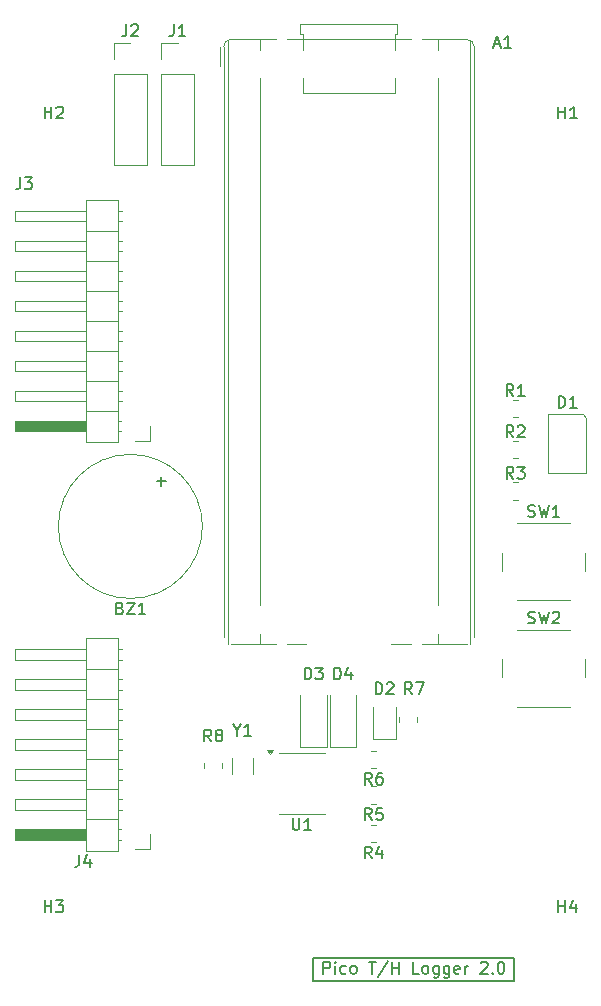
<source format=gbr>
%TF.GenerationSoftware,KiCad,Pcbnew,9.0.1*%
%TF.CreationDate,2025-06-21T17:44:42+02:00*%
%TF.ProjectId,PicoLogger_Small,5069636f-4c6f-4676-9765-725f536d616c,rev?*%
%TF.SameCoordinates,Original*%
%TF.FileFunction,Legend,Top*%
%TF.FilePolarity,Positive*%
%FSLAX46Y46*%
G04 Gerber Fmt 4.6, Leading zero omitted, Abs format (unit mm)*
G04 Created by KiCad (PCBNEW 9.0.1) date 2025-06-21 17:44:42*
%MOMM*%
%LPD*%
G01*
G04 APERTURE LIST*
%ADD10C,0.150000*%
%ADD11C,0.120000*%
%ADD12C,0.100000*%
G04 APERTURE END LIST*
D10*
X160500000Y-114500000D02*
X177500000Y-114500000D01*
X177500000Y-116500000D01*
X160500000Y-116500000D01*
X160500000Y-114500000D01*
X161336779Y-115869819D02*
X161336779Y-114869819D01*
X161336779Y-114869819D02*
X161717731Y-114869819D01*
X161717731Y-114869819D02*
X161812969Y-114917438D01*
X161812969Y-114917438D02*
X161860588Y-114965057D01*
X161860588Y-114965057D02*
X161908207Y-115060295D01*
X161908207Y-115060295D02*
X161908207Y-115203152D01*
X161908207Y-115203152D02*
X161860588Y-115298390D01*
X161860588Y-115298390D02*
X161812969Y-115346009D01*
X161812969Y-115346009D02*
X161717731Y-115393628D01*
X161717731Y-115393628D02*
X161336779Y-115393628D01*
X162336779Y-115869819D02*
X162336779Y-115203152D01*
X162336779Y-114869819D02*
X162289160Y-114917438D01*
X162289160Y-114917438D02*
X162336779Y-114965057D01*
X162336779Y-114965057D02*
X162384398Y-114917438D01*
X162384398Y-114917438D02*
X162336779Y-114869819D01*
X162336779Y-114869819D02*
X162336779Y-114965057D01*
X163241540Y-115822200D02*
X163146302Y-115869819D01*
X163146302Y-115869819D02*
X162955826Y-115869819D01*
X162955826Y-115869819D02*
X162860588Y-115822200D01*
X162860588Y-115822200D02*
X162812969Y-115774580D01*
X162812969Y-115774580D02*
X162765350Y-115679342D01*
X162765350Y-115679342D02*
X162765350Y-115393628D01*
X162765350Y-115393628D02*
X162812969Y-115298390D01*
X162812969Y-115298390D02*
X162860588Y-115250771D01*
X162860588Y-115250771D02*
X162955826Y-115203152D01*
X162955826Y-115203152D02*
X163146302Y-115203152D01*
X163146302Y-115203152D02*
X163241540Y-115250771D01*
X163812969Y-115869819D02*
X163717731Y-115822200D01*
X163717731Y-115822200D02*
X163670112Y-115774580D01*
X163670112Y-115774580D02*
X163622493Y-115679342D01*
X163622493Y-115679342D02*
X163622493Y-115393628D01*
X163622493Y-115393628D02*
X163670112Y-115298390D01*
X163670112Y-115298390D02*
X163717731Y-115250771D01*
X163717731Y-115250771D02*
X163812969Y-115203152D01*
X163812969Y-115203152D02*
X163955826Y-115203152D01*
X163955826Y-115203152D02*
X164051064Y-115250771D01*
X164051064Y-115250771D02*
X164098683Y-115298390D01*
X164098683Y-115298390D02*
X164146302Y-115393628D01*
X164146302Y-115393628D02*
X164146302Y-115679342D01*
X164146302Y-115679342D02*
X164098683Y-115774580D01*
X164098683Y-115774580D02*
X164051064Y-115822200D01*
X164051064Y-115822200D02*
X163955826Y-115869819D01*
X163955826Y-115869819D02*
X163812969Y-115869819D01*
X165193922Y-114869819D02*
X165765350Y-114869819D01*
X165479636Y-115869819D02*
X165479636Y-114869819D01*
X166812969Y-114822200D02*
X165955827Y-116107914D01*
X167146303Y-115869819D02*
X167146303Y-114869819D01*
X167146303Y-115346009D02*
X167717731Y-115346009D01*
X167717731Y-115869819D02*
X167717731Y-114869819D01*
X169432017Y-115869819D02*
X168955827Y-115869819D01*
X168955827Y-115869819D02*
X168955827Y-114869819D01*
X169908208Y-115869819D02*
X169812970Y-115822200D01*
X169812970Y-115822200D02*
X169765351Y-115774580D01*
X169765351Y-115774580D02*
X169717732Y-115679342D01*
X169717732Y-115679342D02*
X169717732Y-115393628D01*
X169717732Y-115393628D02*
X169765351Y-115298390D01*
X169765351Y-115298390D02*
X169812970Y-115250771D01*
X169812970Y-115250771D02*
X169908208Y-115203152D01*
X169908208Y-115203152D02*
X170051065Y-115203152D01*
X170051065Y-115203152D02*
X170146303Y-115250771D01*
X170146303Y-115250771D02*
X170193922Y-115298390D01*
X170193922Y-115298390D02*
X170241541Y-115393628D01*
X170241541Y-115393628D02*
X170241541Y-115679342D01*
X170241541Y-115679342D02*
X170193922Y-115774580D01*
X170193922Y-115774580D02*
X170146303Y-115822200D01*
X170146303Y-115822200D02*
X170051065Y-115869819D01*
X170051065Y-115869819D02*
X169908208Y-115869819D01*
X171098684Y-115203152D02*
X171098684Y-116012676D01*
X171098684Y-116012676D02*
X171051065Y-116107914D01*
X171051065Y-116107914D02*
X171003446Y-116155533D01*
X171003446Y-116155533D02*
X170908208Y-116203152D01*
X170908208Y-116203152D02*
X170765351Y-116203152D01*
X170765351Y-116203152D02*
X170670113Y-116155533D01*
X171098684Y-115822200D02*
X171003446Y-115869819D01*
X171003446Y-115869819D02*
X170812970Y-115869819D01*
X170812970Y-115869819D02*
X170717732Y-115822200D01*
X170717732Y-115822200D02*
X170670113Y-115774580D01*
X170670113Y-115774580D02*
X170622494Y-115679342D01*
X170622494Y-115679342D02*
X170622494Y-115393628D01*
X170622494Y-115393628D02*
X170670113Y-115298390D01*
X170670113Y-115298390D02*
X170717732Y-115250771D01*
X170717732Y-115250771D02*
X170812970Y-115203152D01*
X170812970Y-115203152D02*
X171003446Y-115203152D01*
X171003446Y-115203152D02*
X171098684Y-115250771D01*
X172003446Y-115203152D02*
X172003446Y-116012676D01*
X172003446Y-116012676D02*
X171955827Y-116107914D01*
X171955827Y-116107914D02*
X171908208Y-116155533D01*
X171908208Y-116155533D02*
X171812970Y-116203152D01*
X171812970Y-116203152D02*
X171670113Y-116203152D01*
X171670113Y-116203152D02*
X171574875Y-116155533D01*
X172003446Y-115822200D02*
X171908208Y-115869819D01*
X171908208Y-115869819D02*
X171717732Y-115869819D01*
X171717732Y-115869819D02*
X171622494Y-115822200D01*
X171622494Y-115822200D02*
X171574875Y-115774580D01*
X171574875Y-115774580D02*
X171527256Y-115679342D01*
X171527256Y-115679342D02*
X171527256Y-115393628D01*
X171527256Y-115393628D02*
X171574875Y-115298390D01*
X171574875Y-115298390D02*
X171622494Y-115250771D01*
X171622494Y-115250771D02*
X171717732Y-115203152D01*
X171717732Y-115203152D02*
X171908208Y-115203152D01*
X171908208Y-115203152D02*
X172003446Y-115250771D01*
X172860589Y-115822200D02*
X172765351Y-115869819D01*
X172765351Y-115869819D02*
X172574875Y-115869819D01*
X172574875Y-115869819D02*
X172479637Y-115822200D01*
X172479637Y-115822200D02*
X172432018Y-115726961D01*
X172432018Y-115726961D02*
X172432018Y-115346009D01*
X172432018Y-115346009D02*
X172479637Y-115250771D01*
X172479637Y-115250771D02*
X172574875Y-115203152D01*
X172574875Y-115203152D02*
X172765351Y-115203152D01*
X172765351Y-115203152D02*
X172860589Y-115250771D01*
X172860589Y-115250771D02*
X172908208Y-115346009D01*
X172908208Y-115346009D02*
X172908208Y-115441247D01*
X172908208Y-115441247D02*
X172432018Y-115536485D01*
X173336780Y-115869819D02*
X173336780Y-115203152D01*
X173336780Y-115393628D02*
X173384399Y-115298390D01*
X173384399Y-115298390D02*
X173432018Y-115250771D01*
X173432018Y-115250771D02*
X173527256Y-115203152D01*
X173527256Y-115203152D02*
X173622494Y-115203152D01*
X174670114Y-114965057D02*
X174717733Y-114917438D01*
X174717733Y-114917438D02*
X174812971Y-114869819D01*
X174812971Y-114869819D02*
X175051066Y-114869819D01*
X175051066Y-114869819D02*
X175146304Y-114917438D01*
X175146304Y-114917438D02*
X175193923Y-114965057D01*
X175193923Y-114965057D02*
X175241542Y-115060295D01*
X175241542Y-115060295D02*
X175241542Y-115155533D01*
X175241542Y-115155533D02*
X175193923Y-115298390D01*
X175193923Y-115298390D02*
X174622495Y-115869819D01*
X174622495Y-115869819D02*
X175241542Y-115869819D01*
X175670114Y-115774580D02*
X175717733Y-115822200D01*
X175717733Y-115822200D02*
X175670114Y-115869819D01*
X175670114Y-115869819D02*
X175622495Y-115822200D01*
X175622495Y-115822200D02*
X175670114Y-115774580D01*
X175670114Y-115774580D02*
X175670114Y-115869819D01*
X176336780Y-114869819D02*
X176432018Y-114869819D01*
X176432018Y-114869819D02*
X176527256Y-114917438D01*
X176527256Y-114917438D02*
X176574875Y-114965057D01*
X176574875Y-114965057D02*
X176622494Y-115060295D01*
X176622494Y-115060295D02*
X176670113Y-115250771D01*
X176670113Y-115250771D02*
X176670113Y-115488866D01*
X176670113Y-115488866D02*
X176622494Y-115679342D01*
X176622494Y-115679342D02*
X176574875Y-115774580D01*
X176574875Y-115774580D02*
X176527256Y-115822200D01*
X176527256Y-115822200D02*
X176432018Y-115869819D01*
X176432018Y-115869819D02*
X176336780Y-115869819D01*
X176336780Y-115869819D02*
X176241542Y-115822200D01*
X176241542Y-115822200D02*
X176193923Y-115774580D01*
X176193923Y-115774580D02*
X176146304Y-115679342D01*
X176146304Y-115679342D02*
X176098685Y-115488866D01*
X176098685Y-115488866D02*
X176098685Y-115250771D01*
X176098685Y-115250771D02*
X176146304Y-115060295D01*
X176146304Y-115060295D02*
X176193923Y-114965057D01*
X176193923Y-114965057D02*
X176241542Y-114917438D01*
X176241542Y-114917438D02*
X176336780Y-114869819D01*
X140666666Y-105804819D02*
X140666666Y-106519104D01*
X140666666Y-106519104D02*
X140619047Y-106661961D01*
X140619047Y-106661961D02*
X140523809Y-106757200D01*
X140523809Y-106757200D02*
X140380952Y-106804819D01*
X140380952Y-106804819D02*
X140285714Y-106804819D01*
X141571428Y-106138152D02*
X141571428Y-106804819D01*
X141333333Y-105757200D02*
X141095238Y-106471485D01*
X141095238Y-106471485D02*
X141714285Y-106471485D01*
X178666667Y-77157200D02*
X178809524Y-77204819D01*
X178809524Y-77204819D02*
X179047619Y-77204819D01*
X179047619Y-77204819D02*
X179142857Y-77157200D01*
X179142857Y-77157200D02*
X179190476Y-77109580D01*
X179190476Y-77109580D02*
X179238095Y-77014342D01*
X179238095Y-77014342D02*
X179238095Y-76919104D01*
X179238095Y-76919104D02*
X179190476Y-76823866D01*
X179190476Y-76823866D02*
X179142857Y-76776247D01*
X179142857Y-76776247D02*
X179047619Y-76728628D01*
X179047619Y-76728628D02*
X178857143Y-76681009D01*
X178857143Y-76681009D02*
X178761905Y-76633390D01*
X178761905Y-76633390D02*
X178714286Y-76585771D01*
X178714286Y-76585771D02*
X178666667Y-76490533D01*
X178666667Y-76490533D02*
X178666667Y-76395295D01*
X178666667Y-76395295D02*
X178714286Y-76300057D01*
X178714286Y-76300057D02*
X178761905Y-76252438D01*
X178761905Y-76252438D02*
X178857143Y-76204819D01*
X178857143Y-76204819D02*
X179095238Y-76204819D01*
X179095238Y-76204819D02*
X179238095Y-76252438D01*
X179571429Y-76204819D02*
X179809524Y-77204819D01*
X179809524Y-77204819D02*
X180000000Y-76490533D01*
X180000000Y-76490533D02*
X180190476Y-77204819D01*
X180190476Y-77204819D02*
X180428572Y-76204819D01*
X181333333Y-77204819D02*
X180761905Y-77204819D01*
X181047619Y-77204819D02*
X181047619Y-76204819D01*
X181047619Y-76204819D02*
X180952381Y-76347676D01*
X180952381Y-76347676D02*
X180857143Y-76442914D01*
X180857143Y-76442914D02*
X180761905Y-76490533D01*
X165420833Y-102854819D02*
X165087500Y-102378628D01*
X164849405Y-102854819D02*
X164849405Y-101854819D01*
X164849405Y-101854819D02*
X165230357Y-101854819D01*
X165230357Y-101854819D02*
X165325595Y-101902438D01*
X165325595Y-101902438D02*
X165373214Y-101950057D01*
X165373214Y-101950057D02*
X165420833Y-102045295D01*
X165420833Y-102045295D02*
X165420833Y-102188152D01*
X165420833Y-102188152D02*
X165373214Y-102283390D01*
X165373214Y-102283390D02*
X165325595Y-102331009D01*
X165325595Y-102331009D02*
X165230357Y-102378628D01*
X165230357Y-102378628D02*
X164849405Y-102378628D01*
X166325595Y-101854819D02*
X165849405Y-101854819D01*
X165849405Y-101854819D02*
X165801786Y-102331009D01*
X165801786Y-102331009D02*
X165849405Y-102283390D01*
X165849405Y-102283390D02*
X165944643Y-102235771D01*
X165944643Y-102235771D02*
X166182738Y-102235771D01*
X166182738Y-102235771D02*
X166277976Y-102283390D01*
X166277976Y-102283390D02*
X166325595Y-102331009D01*
X166325595Y-102331009D02*
X166373214Y-102426247D01*
X166373214Y-102426247D02*
X166373214Y-102664342D01*
X166373214Y-102664342D02*
X166325595Y-102759580D01*
X166325595Y-102759580D02*
X166277976Y-102807200D01*
X166277976Y-102807200D02*
X166182738Y-102854819D01*
X166182738Y-102854819D02*
X165944643Y-102854819D01*
X165944643Y-102854819D02*
X165849405Y-102807200D01*
X165849405Y-102807200D02*
X165801786Y-102759580D01*
X154023809Y-95228628D02*
X154023809Y-95704819D01*
X153690476Y-94704819D02*
X154023809Y-95228628D01*
X154023809Y-95228628D02*
X154357142Y-94704819D01*
X155214285Y-95704819D02*
X154642857Y-95704819D01*
X154928571Y-95704819D02*
X154928571Y-94704819D01*
X154928571Y-94704819D02*
X154833333Y-94847676D01*
X154833333Y-94847676D02*
X154738095Y-94942914D01*
X154738095Y-94942914D02*
X154642857Y-94990533D01*
X181261905Y-67954819D02*
X181261905Y-66954819D01*
X181261905Y-66954819D02*
X181500000Y-66954819D01*
X181500000Y-66954819D02*
X181642857Y-67002438D01*
X181642857Y-67002438D02*
X181738095Y-67097676D01*
X181738095Y-67097676D02*
X181785714Y-67192914D01*
X181785714Y-67192914D02*
X181833333Y-67383390D01*
X181833333Y-67383390D02*
X181833333Y-67526247D01*
X181833333Y-67526247D02*
X181785714Y-67716723D01*
X181785714Y-67716723D02*
X181738095Y-67811961D01*
X181738095Y-67811961D02*
X181642857Y-67907200D01*
X181642857Y-67907200D02*
X181500000Y-67954819D01*
X181500000Y-67954819D02*
X181261905Y-67954819D01*
X182785714Y-67954819D02*
X182214286Y-67954819D01*
X182500000Y-67954819D02*
X182500000Y-66954819D01*
X182500000Y-66954819D02*
X182404762Y-67097676D01*
X182404762Y-67097676D02*
X182309524Y-67192914D01*
X182309524Y-67192914D02*
X182214286Y-67240533D01*
X168833333Y-92204819D02*
X168500000Y-91728628D01*
X168261905Y-92204819D02*
X168261905Y-91204819D01*
X168261905Y-91204819D02*
X168642857Y-91204819D01*
X168642857Y-91204819D02*
X168738095Y-91252438D01*
X168738095Y-91252438D02*
X168785714Y-91300057D01*
X168785714Y-91300057D02*
X168833333Y-91395295D01*
X168833333Y-91395295D02*
X168833333Y-91538152D01*
X168833333Y-91538152D02*
X168785714Y-91633390D01*
X168785714Y-91633390D02*
X168738095Y-91681009D01*
X168738095Y-91681009D02*
X168642857Y-91728628D01*
X168642857Y-91728628D02*
X168261905Y-91728628D01*
X169166667Y-91204819D02*
X169833333Y-91204819D01*
X169833333Y-91204819D02*
X169404762Y-92204819D01*
X165420833Y-106104819D02*
X165087500Y-105628628D01*
X164849405Y-106104819D02*
X164849405Y-105104819D01*
X164849405Y-105104819D02*
X165230357Y-105104819D01*
X165230357Y-105104819D02*
X165325595Y-105152438D01*
X165325595Y-105152438D02*
X165373214Y-105200057D01*
X165373214Y-105200057D02*
X165420833Y-105295295D01*
X165420833Y-105295295D02*
X165420833Y-105438152D01*
X165420833Y-105438152D02*
X165373214Y-105533390D01*
X165373214Y-105533390D02*
X165325595Y-105581009D01*
X165325595Y-105581009D02*
X165230357Y-105628628D01*
X165230357Y-105628628D02*
X164849405Y-105628628D01*
X166277976Y-105438152D02*
X166277976Y-106104819D01*
X166039881Y-105057200D02*
X165801786Y-105771485D01*
X165801786Y-105771485D02*
X166420833Y-105771485D01*
X144119047Y-84931009D02*
X144261904Y-84978628D01*
X144261904Y-84978628D02*
X144309523Y-85026247D01*
X144309523Y-85026247D02*
X144357142Y-85121485D01*
X144357142Y-85121485D02*
X144357142Y-85264342D01*
X144357142Y-85264342D02*
X144309523Y-85359580D01*
X144309523Y-85359580D02*
X144261904Y-85407200D01*
X144261904Y-85407200D02*
X144166666Y-85454819D01*
X144166666Y-85454819D02*
X143785714Y-85454819D01*
X143785714Y-85454819D02*
X143785714Y-84454819D01*
X143785714Y-84454819D02*
X144119047Y-84454819D01*
X144119047Y-84454819D02*
X144214285Y-84502438D01*
X144214285Y-84502438D02*
X144261904Y-84550057D01*
X144261904Y-84550057D02*
X144309523Y-84645295D01*
X144309523Y-84645295D02*
X144309523Y-84740533D01*
X144309523Y-84740533D02*
X144261904Y-84835771D01*
X144261904Y-84835771D02*
X144214285Y-84883390D01*
X144214285Y-84883390D02*
X144119047Y-84931009D01*
X144119047Y-84931009D02*
X143785714Y-84931009D01*
X144690476Y-84454819D02*
X145357142Y-84454819D01*
X145357142Y-84454819D02*
X144690476Y-85454819D01*
X144690476Y-85454819D02*
X145357142Y-85454819D01*
X146261904Y-85454819D02*
X145690476Y-85454819D01*
X145976190Y-85454819D02*
X145976190Y-84454819D01*
X145976190Y-84454819D02*
X145880952Y-84597676D01*
X145880952Y-84597676D02*
X145785714Y-84692914D01*
X145785714Y-84692914D02*
X145690476Y-84740533D01*
X147613866Y-74570951D02*
X147613866Y-73809047D01*
X147994819Y-74189999D02*
X147232914Y-74189999D01*
X151833333Y-96204819D02*
X151500000Y-95728628D01*
X151261905Y-96204819D02*
X151261905Y-95204819D01*
X151261905Y-95204819D02*
X151642857Y-95204819D01*
X151642857Y-95204819D02*
X151738095Y-95252438D01*
X151738095Y-95252438D02*
X151785714Y-95300057D01*
X151785714Y-95300057D02*
X151833333Y-95395295D01*
X151833333Y-95395295D02*
X151833333Y-95538152D01*
X151833333Y-95538152D02*
X151785714Y-95633390D01*
X151785714Y-95633390D02*
X151738095Y-95681009D01*
X151738095Y-95681009D02*
X151642857Y-95728628D01*
X151642857Y-95728628D02*
X151261905Y-95728628D01*
X152404762Y-95633390D02*
X152309524Y-95585771D01*
X152309524Y-95585771D02*
X152261905Y-95538152D01*
X152261905Y-95538152D02*
X152214286Y-95442914D01*
X152214286Y-95442914D02*
X152214286Y-95395295D01*
X152214286Y-95395295D02*
X152261905Y-95300057D01*
X152261905Y-95300057D02*
X152309524Y-95252438D01*
X152309524Y-95252438D02*
X152404762Y-95204819D01*
X152404762Y-95204819D02*
X152595238Y-95204819D01*
X152595238Y-95204819D02*
X152690476Y-95252438D01*
X152690476Y-95252438D02*
X152738095Y-95300057D01*
X152738095Y-95300057D02*
X152785714Y-95395295D01*
X152785714Y-95395295D02*
X152785714Y-95442914D01*
X152785714Y-95442914D02*
X152738095Y-95538152D01*
X152738095Y-95538152D02*
X152690476Y-95585771D01*
X152690476Y-95585771D02*
X152595238Y-95633390D01*
X152595238Y-95633390D02*
X152404762Y-95633390D01*
X152404762Y-95633390D02*
X152309524Y-95681009D01*
X152309524Y-95681009D02*
X152261905Y-95728628D01*
X152261905Y-95728628D02*
X152214286Y-95823866D01*
X152214286Y-95823866D02*
X152214286Y-96014342D01*
X152214286Y-96014342D02*
X152261905Y-96109580D01*
X152261905Y-96109580D02*
X152309524Y-96157200D01*
X152309524Y-96157200D02*
X152404762Y-96204819D01*
X152404762Y-96204819D02*
X152595238Y-96204819D01*
X152595238Y-96204819D02*
X152690476Y-96157200D01*
X152690476Y-96157200D02*
X152738095Y-96109580D01*
X152738095Y-96109580D02*
X152785714Y-96014342D01*
X152785714Y-96014342D02*
X152785714Y-95823866D01*
X152785714Y-95823866D02*
X152738095Y-95728628D01*
X152738095Y-95728628D02*
X152690476Y-95681009D01*
X152690476Y-95681009D02*
X152595238Y-95633390D01*
X178666667Y-86157200D02*
X178809524Y-86204819D01*
X178809524Y-86204819D02*
X179047619Y-86204819D01*
X179047619Y-86204819D02*
X179142857Y-86157200D01*
X179142857Y-86157200D02*
X179190476Y-86109580D01*
X179190476Y-86109580D02*
X179238095Y-86014342D01*
X179238095Y-86014342D02*
X179238095Y-85919104D01*
X179238095Y-85919104D02*
X179190476Y-85823866D01*
X179190476Y-85823866D02*
X179142857Y-85776247D01*
X179142857Y-85776247D02*
X179047619Y-85728628D01*
X179047619Y-85728628D02*
X178857143Y-85681009D01*
X178857143Y-85681009D02*
X178761905Y-85633390D01*
X178761905Y-85633390D02*
X178714286Y-85585771D01*
X178714286Y-85585771D02*
X178666667Y-85490533D01*
X178666667Y-85490533D02*
X178666667Y-85395295D01*
X178666667Y-85395295D02*
X178714286Y-85300057D01*
X178714286Y-85300057D02*
X178761905Y-85252438D01*
X178761905Y-85252438D02*
X178857143Y-85204819D01*
X178857143Y-85204819D02*
X179095238Y-85204819D01*
X179095238Y-85204819D02*
X179238095Y-85252438D01*
X179571429Y-85204819D02*
X179809524Y-86204819D01*
X179809524Y-86204819D02*
X180000000Y-85490533D01*
X180000000Y-85490533D02*
X180190476Y-86204819D01*
X180190476Y-86204819D02*
X180428572Y-85204819D01*
X180761905Y-85300057D02*
X180809524Y-85252438D01*
X180809524Y-85252438D02*
X180904762Y-85204819D01*
X180904762Y-85204819D02*
X181142857Y-85204819D01*
X181142857Y-85204819D02*
X181238095Y-85252438D01*
X181238095Y-85252438D02*
X181285714Y-85300057D01*
X181285714Y-85300057D02*
X181333333Y-85395295D01*
X181333333Y-85395295D02*
X181333333Y-85490533D01*
X181333333Y-85490533D02*
X181285714Y-85633390D01*
X181285714Y-85633390D02*
X180714286Y-86204819D01*
X180714286Y-86204819D02*
X181333333Y-86204819D01*
X181238095Y-110654819D02*
X181238095Y-109654819D01*
X181238095Y-110131009D02*
X181809523Y-110131009D01*
X181809523Y-110654819D02*
X181809523Y-109654819D01*
X182714285Y-109988152D02*
X182714285Y-110654819D01*
X182476190Y-109607200D02*
X182238095Y-110321485D01*
X182238095Y-110321485D02*
X182857142Y-110321485D01*
X177420833Y-70454819D02*
X177087500Y-69978628D01*
X176849405Y-70454819D02*
X176849405Y-69454819D01*
X176849405Y-69454819D02*
X177230357Y-69454819D01*
X177230357Y-69454819D02*
X177325595Y-69502438D01*
X177325595Y-69502438D02*
X177373214Y-69550057D01*
X177373214Y-69550057D02*
X177420833Y-69645295D01*
X177420833Y-69645295D02*
X177420833Y-69788152D01*
X177420833Y-69788152D02*
X177373214Y-69883390D01*
X177373214Y-69883390D02*
X177325595Y-69931009D01*
X177325595Y-69931009D02*
X177230357Y-69978628D01*
X177230357Y-69978628D02*
X176849405Y-69978628D01*
X177801786Y-69550057D02*
X177849405Y-69502438D01*
X177849405Y-69502438D02*
X177944643Y-69454819D01*
X177944643Y-69454819D02*
X178182738Y-69454819D01*
X178182738Y-69454819D02*
X178277976Y-69502438D01*
X178277976Y-69502438D02*
X178325595Y-69550057D01*
X178325595Y-69550057D02*
X178373214Y-69645295D01*
X178373214Y-69645295D02*
X178373214Y-69740533D01*
X178373214Y-69740533D02*
X178325595Y-69883390D01*
X178325595Y-69883390D02*
X177754167Y-70454819D01*
X177754167Y-70454819D02*
X178373214Y-70454819D01*
X181238095Y-43454819D02*
X181238095Y-42454819D01*
X181238095Y-42931009D02*
X181809523Y-42931009D01*
X181809523Y-43454819D02*
X181809523Y-42454819D01*
X182809523Y-43454819D02*
X182238095Y-43454819D01*
X182523809Y-43454819D02*
X182523809Y-42454819D01*
X182523809Y-42454819D02*
X182428571Y-42597676D01*
X182428571Y-42597676D02*
X182333333Y-42692914D01*
X182333333Y-42692914D02*
X182238095Y-42740533D01*
X162261905Y-90954819D02*
X162261905Y-89954819D01*
X162261905Y-89954819D02*
X162500000Y-89954819D01*
X162500000Y-89954819D02*
X162642857Y-90002438D01*
X162642857Y-90002438D02*
X162738095Y-90097676D01*
X162738095Y-90097676D02*
X162785714Y-90192914D01*
X162785714Y-90192914D02*
X162833333Y-90383390D01*
X162833333Y-90383390D02*
X162833333Y-90526247D01*
X162833333Y-90526247D02*
X162785714Y-90716723D01*
X162785714Y-90716723D02*
X162738095Y-90811961D01*
X162738095Y-90811961D02*
X162642857Y-90907200D01*
X162642857Y-90907200D02*
X162500000Y-90954819D01*
X162500000Y-90954819D02*
X162261905Y-90954819D01*
X163690476Y-90288152D02*
X163690476Y-90954819D01*
X163452381Y-89907200D02*
X163214286Y-90621485D01*
X163214286Y-90621485D02*
X163833333Y-90621485D01*
X177420833Y-73954819D02*
X177087500Y-73478628D01*
X176849405Y-73954819D02*
X176849405Y-72954819D01*
X176849405Y-72954819D02*
X177230357Y-72954819D01*
X177230357Y-72954819D02*
X177325595Y-73002438D01*
X177325595Y-73002438D02*
X177373214Y-73050057D01*
X177373214Y-73050057D02*
X177420833Y-73145295D01*
X177420833Y-73145295D02*
X177420833Y-73288152D01*
X177420833Y-73288152D02*
X177373214Y-73383390D01*
X177373214Y-73383390D02*
X177325595Y-73431009D01*
X177325595Y-73431009D02*
X177230357Y-73478628D01*
X177230357Y-73478628D02*
X176849405Y-73478628D01*
X177754167Y-72954819D02*
X178373214Y-72954819D01*
X178373214Y-72954819D02*
X178039881Y-73335771D01*
X178039881Y-73335771D02*
X178182738Y-73335771D01*
X178182738Y-73335771D02*
X178277976Y-73383390D01*
X178277976Y-73383390D02*
X178325595Y-73431009D01*
X178325595Y-73431009D02*
X178373214Y-73526247D01*
X178373214Y-73526247D02*
X178373214Y-73764342D01*
X178373214Y-73764342D02*
X178325595Y-73859580D01*
X178325595Y-73859580D02*
X178277976Y-73907200D01*
X178277976Y-73907200D02*
X178182738Y-73954819D01*
X178182738Y-73954819D02*
X177897024Y-73954819D01*
X177897024Y-73954819D02*
X177801786Y-73907200D01*
X177801786Y-73907200D02*
X177754167Y-73859580D01*
X148666666Y-35494819D02*
X148666666Y-36209104D01*
X148666666Y-36209104D02*
X148619047Y-36351961D01*
X148619047Y-36351961D02*
X148523809Y-36447200D01*
X148523809Y-36447200D02*
X148380952Y-36494819D01*
X148380952Y-36494819D02*
X148285714Y-36494819D01*
X149666666Y-36494819D02*
X149095238Y-36494819D01*
X149380952Y-36494819D02*
X149380952Y-35494819D01*
X149380952Y-35494819D02*
X149285714Y-35637676D01*
X149285714Y-35637676D02*
X149190476Y-35732914D01*
X149190476Y-35732914D02*
X149095238Y-35780533D01*
X159761905Y-90954819D02*
X159761905Y-89954819D01*
X159761905Y-89954819D02*
X160000000Y-89954819D01*
X160000000Y-89954819D02*
X160142857Y-90002438D01*
X160142857Y-90002438D02*
X160238095Y-90097676D01*
X160238095Y-90097676D02*
X160285714Y-90192914D01*
X160285714Y-90192914D02*
X160333333Y-90383390D01*
X160333333Y-90383390D02*
X160333333Y-90526247D01*
X160333333Y-90526247D02*
X160285714Y-90716723D01*
X160285714Y-90716723D02*
X160238095Y-90811961D01*
X160238095Y-90811961D02*
X160142857Y-90907200D01*
X160142857Y-90907200D02*
X160000000Y-90954819D01*
X160000000Y-90954819D02*
X159761905Y-90954819D01*
X160666667Y-89954819D02*
X161285714Y-89954819D01*
X161285714Y-89954819D02*
X160952381Y-90335771D01*
X160952381Y-90335771D02*
X161095238Y-90335771D01*
X161095238Y-90335771D02*
X161190476Y-90383390D01*
X161190476Y-90383390D02*
X161238095Y-90431009D01*
X161238095Y-90431009D02*
X161285714Y-90526247D01*
X161285714Y-90526247D02*
X161285714Y-90764342D01*
X161285714Y-90764342D02*
X161238095Y-90859580D01*
X161238095Y-90859580D02*
X161190476Y-90907200D01*
X161190476Y-90907200D02*
X161095238Y-90954819D01*
X161095238Y-90954819D02*
X160809524Y-90954819D01*
X160809524Y-90954819D02*
X160714286Y-90907200D01*
X160714286Y-90907200D02*
X160666667Y-90859580D01*
X165761905Y-92204819D02*
X165761905Y-91204819D01*
X165761905Y-91204819D02*
X166000000Y-91204819D01*
X166000000Y-91204819D02*
X166142857Y-91252438D01*
X166142857Y-91252438D02*
X166238095Y-91347676D01*
X166238095Y-91347676D02*
X166285714Y-91442914D01*
X166285714Y-91442914D02*
X166333333Y-91633390D01*
X166333333Y-91633390D02*
X166333333Y-91776247D01*
X166333333Y-91776247D02*
X166285714Y-91966723D01*
X166285714Y-91966723D02*
X166238095Y-92061961D01*
X166238095Y-92061961D02*
X166142857Y-92157200D01*
X166142857Y-92157200D02*
X166000000Y-92204819D01*
X166000000Y-92204819D02*
X165761905Y-92204819D01*
X166714286Y-91300057D02*
X166761905Y-91252438D01*
X166761905Y-91252438D02*
X166857143Y-91204819D01*
X166857143Y-91204819D02*
X167095238Y-91204819D01*
X167095238Y-91204819D02*
X167190476Y-91252438D01*
X167190476Y-91252438D02*
X167238095Y-91300057D01*
X167238095Y-91300057D02*
X167285714Y-91395295D01*
X167285714Y-91395295D02*
X167285714Y-91490533D01*
X167285714Y-91490533D02*
X167238095Y-91633390D01*
X167238095Y-91633390D02*
X166666667Y-92204819D01*
X166666667Y-92204819D02*
X167285714Y-92204819D01*
X144666666Y-35494819D02*
X144666666Y-36209104D01*
X144666666Y-36209104D02*
X144619047Y-36351961D01*
X144619047Y-36351961D02*
X144523809Y-36447200D01*
X144523809Y-36447200D02*
X144380952Y-36494819D01*
X144380952Y-36494819D02*
X144285714Y-36494819D01*
X145095238Y-35590057D02*
X145142857Y-35542438D01*
X145142857Y-35542438D02*
X145238095Y-35494819D01*
X145238095Y-35494819D02*
X145476190Y-35494819D01*
X145476190Y-35494819D02*
X145571428Y-35542438D01*
X145571428Y-35542438D02*
X145619047Y-35590057D01*
X145619047Y-35590057D02*
X145666666Y-35685295D01*
X145666666Y-35685295D02*
X145666666Y-35780533D01*
X145666666Y-35780533D02*
X145619047Y-35923390D01*
X145619047Y-35923390D02*
X145047619Y-36494819D01*
X145047619Y-36494819D02*
X145666666Y-36494819D01*
X137738095Y-110654819D02*
X137738095Y-109654819D01*
X137738095Y-110131009D02*
X138309523Y-110131009D01*
X138309523Y-110654819D02*
X138309523Y-109654819D01*
X138690476Y-109654819D02*
X139309523Y-109654819D01*
X139309523Y-109654819D02*
X138976190Y-110035771D01*
X138976190Y-110035771D02*
X139119047Y-110035771D01*
X139119047Y-110035771D02*
X139214285Y-110083390D01*
X139214285Y-110083390D02*
X139261904Y-110131009D01*
X139261904Y-110131009D02*
X139309523Y-110226247D01*
X139309523Y-110226247D02*
X139309523Y-110464342D01*
X139309523Y-110464342D02*
X139261904Y-110559580D01*
X139261904Y-110559580D02*
X139214285Y-110607200D01*
X139214285Y-110607200D02*
X139119047Y-110654819D01*
X139119047Y-110654819D02*
X138833333Y-110654819D01*
X138833333Y-110654819D02*
X138738095Y-110607200D01*
X138738095Y-110607200D02*
X138690476Y-110559580D01*
X137738095Y-43454819D02*
X137738095Y-42454819D01*
X137738095Y-42931009D02*
X138309523Y-42931009D01*
X138309523Y-43454819D02*
X138309523Y-42454819D01*
X138738095Y-42550057D02*
X138785714Y-42502438D01*
X138785714Y-42502438D02*
X138880952Y-42454819D01*
X138880952Y-42454819D02*
X139119047Y-42454819D01*
X139119047Y-42454819D02*
X139214285Y-42502438D01*
X139214285Y-42502438D02*
X139261904Y-42550057D01*
X139261904Y-42550057D02*
X139309523Y-42645295D01*
X139309523Y-42645295D02*
X139309523Y-42740533D01*
X139309523Y-42740533D02*
X139261904Y-42883390D01*
X139261904Y-42883390D02*
X138690476Y-43454819D01*
X138690476Y-43454819D02*
X139309523Y-43454819D01*
X177420833Y-66954819D02*
X177087500Y-66478628D01*
X176849405Y-66954819D02*
X176849405Y-65954819D01*
X176849405Y-65954819D02*
X177230357Y-65954819D01*
X177230357Y-65954819D02*
X177325595Y-66002438D01*
X177325595Y-66002438D02*
X177373214Y-66050057D01*
X177373214Y-66050057D02*
X177420833Y-66145295D01*
X177420833Y-66145295D02*
X177420833Y-66288152D01*
X177420833Y-66288152D02*
X177373214Y-66383390D01*
X177373214Y-66383390D02*
X177325595Y-66431009D01*
X177325595Y-66431009D02*
X177230357Y-66478628D01*
X177230357Y-66478628D02*
X176849405Y-66478628D01*
X178373214Y-66954819D02*
X177801786Y-66954819D01*
X178087500Y-66954819D02*
X178087500Y-65954819D01*
X178087500Y-65954819D02*
X177992262Y-66097676D01*
X177992262Y-66097676D02*
X177897024Y-66192914D01*
X177897024Y-66192914D02*
X177801786Y-66240533D01*
X165420833Y-99854819D02*
X165087500Y-99378628D01*
X164849405Y-99854819D02*
X164849405Y-98854819D01*
X164849405Y-98854819D02*
X165230357Y-98854819D01*
X165230357Y-98854819D02*
X165325595Y-98902438D01*
X165325595Y-98902438D02*
X165373214Y-98950057D01*
X165373214Y-98950057D02*
X165420833Y-99045295D01*
X165420833Y-99045295D02*
X165420833Y-99188152D01*
X165420833Y-99188152D02*
X165373214Y-99283390D01*
X165373214Y-99283390D02*
X165325595Y-99331009D01*
X165325595Y-99331009D02*
X165230357Y-99378628D01*
X165230357Y-99378628D02*
X164849405Y-99378628D01*
X166277976Y-98854819D02*
X166087500Y-98854819D01*
X166087500Y-98854819D02*
X165992262Y-98902438D01*
X165992262Y-98902438D02*
X165944643Y-98950057D01*
X165944643Y-98950057D02*
X165849405Y-99092914D01*
X165849405Y-99092914D02*
X165801786Y-99283390D01*
X165801786Y-99283390D02*
X165801786Y-99664342D01*
X165801786Y-99664342D02*
X165849405Y-99759580D01*
X165849405Y-99759580D02*
X165897024Y-99807200D01*
X165897024Y-99807200D02*
X165992262Y-99854819D01*
X165992262Y-99854819D02*
X166182738Y-99854819D01*
X166182738Y-99854819D02*
X166277976Y-99807200D01*
X166277976Y-99807200D02*
X166325595Y-99759580D01*
X166325595Y-99759580D02*
X166373214Y-99664342D01*
X166373214Y-99664342D02*
X166373214Y-99426247D01*
X166373214Y-99426247D02*
X166325595Y-99331009D01*
X166325595Y-99331009D02*
X166277976Y-99283390D01*
X166277976Y-99283390D02*
X166182738Y-99235771D01*
X166182738Y-99235771D02*
X165992262Y-99235771D01*
X165992262Y-99235771D02*
X165897024Y-99283390D01*
X165897024Y-99283390D02*
X165849405Y-99331009D01*
X165849405Y-99331009D02*
X165801786Y-99426247D01*
X175789160Y-37169104D02*
X176265350Y-37169104D01*
X175693922Y-37454819D02*
X176027255Y-36454819D01*
X176027255Y-36454819D02*
X176360588Y-37454819D01*
X177217731Y-37454819D02*
X176646303Y-37454819D01*
X176932017Y-37454819D02*
X176932017Y-36454819D01*
X176932017Y-36454819D02*
X176836779Y-36597676D01*
X176836779Y-36597676D02*
X176741541Y-36692914D01*
X176741541Y-36692914D02*
X176646303Y-36740533D01*
X135666666Y-48454819D02*
X135666666Y-49169104D01*
X135666666Y-49169104D02*
X135619047Y-49311961D01*
X135619047Y-49311961D02*
X135523809Y-49407200D01*
X135523809Y-49407200D02*
X135380952Y-49454819D01*
X135380952Y-49454819D02*
X135285714Y-49454819D01*
X136047619Y-48454819D02*
X136666666Y-48454819D01*
X136666666Y-48454819D02*
X136333333Y-48835771D01*
X136333333Y-48835771D02*
X136476190Y-48835771D01*
X136476190Y-48835771D02*
X136571428Y-48883390D01*
X136571428Y-48883390D02*
X136619047Y-48931009D01*
X136619047Y-48931009D02*
X136666666Y-49026247D01*
X136666666Y-49026247D02*
X136666666Y-49264342D01*
X136666666Y-49264342D02*
X136619047Y-49359580D01*
X136619047Y-49359580D02*
X136571428Y-49407200D01*
X136571428Y-49407200D02*
X136476190Y-49454819D01*
X136476190Y-49454819D02*
X136190476Y-49454819D01*
X136190476Y-49454819D02*
X136095238Y-49407200D01*
X136095238Y-49407200D02*
X136047619Y-49359580D01*
X158738095Y-102704819D02*
X158738095Y-103514342D01*
X158738095Y-103514342D02*
X158785714Y-103609580D01*
X158785714Y-103609580D02*
X158833333Y-103657200D01*
X158833333Y-103657200D02*
X158928571Y-103704819D01*
X158928571Y-103704819D02*
X159119047Y-103704819D01*
X159119047Y-103704819D02*
X159214285Y-103657200D01*
X159214285Y-103657200D02*
X159261904Y-103609580D01*
X159261904Y-103609580D02*
X159309523Y-103514342D01*
X159309523Y-103514342D02*
X159309523Y-102704819D01*
X160309523Y-103704819D02*
X159738095Y-103704819D01*
X160023809Y-103704819D02*
X160023809Y-102704819D01*
X160023809Y-102704819D02*
X159928571Y-102847676D01*
X159928571Y-102847676D02*
X159833333Y-102942914D01*
X159833333Y-102942914D02*
X159738095Y-102990533D01*
D11*
%TO.C,J4*%
X146655000Y-105350000D02*
X145385000Y-105350000D01*
X146655000Y-104080000D02*
X146655000Y-105350000D01*
X144307642Y-101970000D02*
X143995000Y-101970000D01*
X144307642Y-101110000D02*
X143995000Y-101110000D01*
X144307642Y-99430000D02*
X143995000Y-99430000D01*
X144307642Y-98570000D02*
X143995000Y-98570000D01*
X144307642Y-96890000D02*
X143995000Y-96890000D01*
X144307642Y-96030000D02*
X143995000Y-96030000D01*
X144307642Y-94350000D02*
X143995000Y-94350000D01*
X144307642Y-93490000D02*
X143995000Y-93490000D01*
X144307642Y-91810000D02*
X143995000Y-91810000D01*
X144307642Y-90950000D02*
X143995000Y-90950000D01*
X144307642Y-89270000D02*
X143995000Y-89270000D01*
X144307642Y-88410000D02*
X143995000Y-88410000D01*
X144225000Y-104510000D02*
X143995000Y-104510000D01*
X144225000Y-103650000D02*
X143995000Y-103650000D01*
X143995000Y-105460000D02*
X143995000Y-87460000D01*
X143995000Y-102810000D02*
X141235000Y-102810000D01*
X143995000Y-100270000D02*
X141235000Y-100270000D01*
X143995000Y-97730000D02*
X141235000Y-97730000D01*
X143995000Y-95190000D02*
X141235000Y-95190000D01*
X143995000Y-92650000D02*
X141235000Y-92650000D01*
X143995000Y-90110000D02*
X141235000Y-90110000D01*
X143995000Y-87460000D02*
X141235000Y-87460000D01*
X141235000Y-105460000D02*
X143995000Y-105460000D01*
X141235000Y-101970000D02*
X135235000Y-101970000D01*
X141235000Y-99430000D02*
X135235000Y-99430000D01*
X141235000Y-96890000D02*
X135235000Y-96890000D01*
X141235000Y-94350000D02*
X135235000Y-94350000D01*
X141235000Y-91810000D02*
X135235000Y-91810000D01*
X141235000Y-89270000D02*
X135235000Y-89270000D01*
X141235000Y-87460000D02*
X141235000Y-105460000D01*
X135235000Y-101970000D02*
X135235000Y-101110000D01*
X135235000Y-101110000D02*
X141235000Y-101110000D01*
X135235000Y-99430000D02*
X135235000Y-98570000D01*
X135235000Y-98570000D02*
X141235000Y-98570000D01*
X135235000Y-96890000D02*
X135235000Y-96030000D01*
X135235000Y-96030000D02*
X141235000Y-96030000D01*
X135235000Y-94350000D02*
X135235000Y-93490000D01*
X135235000Y-93490000D02*
X141235000Y-93490000D01*
X135235000Y-91810000D02*
X135235000Y-90950000D01*
X135235000Y-90950000D02*
X141235000Y-90950000D01*
X135235000Y-89270000D02*
X135235000Y-88410000D01*
X135235000Y-88410000D02*
X141235000Y-88410000D01*
X141235000Y-104510000D02*
X135235000Y-104510000D01*
X135235000Y-103650000D01*
X141235000Y-103650000D01*
X141235000Y-104510000D01*
G36*
X141235000Y-104510000D02*
G01*
X135235000Y-104510000D01*
X135235000Y-103650000D01*
X141235000Y-103650000D01*
X141235000Y-104510000D01*
G37*
%TO.C,SW1*%
X176500000Y-80250000D02*
X176500000Y-81750000D01*
X177750000Y-84250000D02*
X182250000Y-84250000D01*
X182250000Y-77750000D02*
X177750000Y-77750000D01*
X183500000Y-81750000D02*
X183500000Y-80250000D01*
%TO.C,R5*%
X165814564Y-100015000D02*
X165360436Y-100015000D01*
X165814564Y-101485000D02*
X165360436Y-101485000D01*
%TO.C,Y1*%
X153625000Y-97575000D02*
X153625000Y-98925000D01*
X155375000Y-97575000D02*
X155375000Y-98925000D01*
D12*
%TO.C,D1*%
X180400000Y-68500000D02*
X180400000Y-73500000D01*
X180400000Y-68500000D02*
X183300000Y-68500000D01*
X180400000Y-73500000D02*
X183600000Y-73500000D01*
X183600000Y-68800000D02*
X183300000Y-68500000D01*
X183600000Y-68800000D02*
X183600000Y-73500000D01*
D11*
%TO.C,R7*%
X167765000Y-94110436D02*
X167765000Y-94564564D01*
X169235000Y-94110436D02*
X169235000Y-94564564D01*
%TO.C,R4*%
X165814564Y-103265000D02*
X165360436Y-103265000D01*
X165814564Y-104735000D02*
X165360436Y-104735000D01*
%TO.C,BZ1*%
X151100000Y-78000000D02*
G75*
G02*
X138900000Y-78000000I-6100000J0D01*
G01*
X138900000Y-78000000D02*
G75*
G02*
X151100000Y-78000000I6100000J0D01*
G01*
%TO.C,R8*%
X151265000Y-98477064D02*
X151265000Y-98022936D01*
X152735000Y-98477064D02*
X152735000Y-98022936D01*
%TO.C,SW2*%
X176500000Y-89250000D02*
X176500000Y-90750000D01*
X177750000Y-93250000D02*
X182250000Y-93250000D01*
X182250000Y-86750000D02*
X177750000Y-86750000D01*
X183500000Y-90750000D02*
X183500000Y-89250000D01*
%TO.C,R2*%
X177814564Y-70765000D02*
X177360436Y-70765000D01*
X177814564Y-72235000D02*
X177360436Y-72235000D01*
%TO.C,D4*%
X161890000Y-92250000D02*
X161890000Y-96660000D01*
X161890000Y-96660000D02*
X164110000Y-96660000D01*
X164110000Y-96660000D02*
X164110000Y-92250000D01*
%TO.C,R3*%
X177814564Y-74265000D02*
X177360436Y-74265000D01*
X177814564Y-75735000D02*
X177360436Y-75735000D01*
%TO.C,J1*%
X147620000Y-37040000D02*
X149000000Y-37040000D01*
X147620000Y-38420000D02*
X147620000Y-37040000D01*
X147620000Y-39690000D02*
X147620000Y-47420000D01*
X147620000Y-39690000D02*
X150380000Y-39690000D01*
X147620000Y-47420000D02*
X150380000Y-47420000D01*
X150380000Y-39690000D02*
X150380000Y-47420000D01*
%TO.C,D3*%
X159390000Y-92250000D02*
X159390000Y-96660000D01*
X159390000Y-96660000D02*
X161610000Y-96660000D01*
X161610000Y-96660000D02*
X161610000Y-92250000D01*
%TO.C,D2*%
X165540000Y-93312500D02*
X165540000Y-95997500D01*
X165540000Y-95997500D02*
X167460000Y-95997500D01*
X167460000Y-95997500D02*
X167460000Y-93312500D01*
%TO.C,J2*%
X143620000Y-37040000D02*
X145000000Y-37040000D01*
X143620000Y-38420000D02*
X143620000Y-37040000D01*
X143620000Y-39690000D02*
X143620000Y-47420000D01*
X143620000Y-39690000D02*
X146380000Y-39690000D01*
X143620000Y-47420000D02*
X146380000Y-47420000D01*
X146380000Y-39690000D02*
X146380000Y-47420000D01*
%TO.C,R1*%
X177814564Y-67265000D02*
X177360436Y-67265000D01*
X177814564Y-68735000D02*
X177360436Y-68735000D01*
%TO.C,R6*%
X165814564Y-97015000D02*
X165360436Y-97015000D01*
X165814564Y-98485000D02*
X165360436Y-98485000D01*
%TO.C,A1*%
X152570000Y-39045000D02*
X152570000Y-37445000D01*
X152890000Y-37375000D02*
X152890000Y-87375000D01*
X153230000Y-36828000D02*
X153230000Y-87922000D01*
X153500000Y-36765000D02*
X155990000Y-36765000D01*
X153500000Y-87985000D02*
X157337939Y-87985000D01*
X155990000Y-36765000D02*
X155990000Y-37678520D01*
X155990000Y-36765000D02*
X157337940Y-36765000D01*
X155990000Y-40071480D02*
X155990000Y-84678520D01*
X155990000Y-87071480D02*
X155990000Y-87985000D01*
X158262061Y-36765000D02*
X159265000Y-36765000D01*
X159265000Y-36765000D02*
X167735000Y-36765000D01*
X159390000Y-35465000D02*
X159390000Y-36285000D01*
X159390000Y-35465000D02*
X167610000Y-35465000D01*
X159390000Y-36285000D02*
X159600000Y-36285000D01*
X159600000Y-36285000D02*
X159600000Y-37681000D01*
X159600000Y-40069000D02*
X159600000Y-41285000D01*
X159900000Y-87985000D02*
X158262061Y-87985000D01*
X167400000Y-36285000D02*
X167400000Y-37681000D01*
X167400000Y-40069000D02*
X167400000Y-41285000D01*
X167400000Y-41285000D02*
X159600000Y-41285000D01*
X167610000Y-35465000D02*
X167610000Y-36285000D01*
X167610000Y-36285000D02*
X167400000Y-36285000D01*
X167735000Y-36765000D02*
X168737939Y-36765000D01*
X168737939Y-87985000D02*
X167100000Y-87985000D01*
X169662061Y-36765000D02*
X171010000Y-36765000D01*
X169662061Y-87985000D02*
X173500000Y-87985000D01*
X171010000Y-36765000D02*
X171010000Y-37678520D01*
X171010000Y-40071480D02*
X171010000Y-84678520D01*
X171010000Y-87071480D02*
X171010000Y-87985000D01*
X173500000Y-36765000D02*
X171010000Y-36765000D01*
X173770000Y-87922000D02*
X173770000Y-36828000D01*
X174110000Y-37375000D02*
X174110000Y-87375000D01*
X152890000Y-37375000D02*
G75*
G02*
X153500000Y-36765000I610000J0D01*
G01*
X173500000Y-36765000D02*
G75*
G02*
X174110000Y-37375000I0J-610000D01*
G01*
%TO.C,J3*%
X135235000Y-51290000D02*
X141235000Y-51290000D01*
X135235000Y-52150000D02*
X135235000Y-51290000D01*
X135235000Y-53830000D02*
X141235000Y-53830000D01*
X135235000Y-54690000D02*
X135235000Y-53830000D01*
X135235000Y-56370000D02*
X141235000Y-56370000D01*
X135235000Y-57230000D02*
X135235000Y-56370000D01*
X135235000Y-58910000D02*
X141235000Y-58910000D01*
X135235000Y-59770000D02*
X135235000Y-58910000D01*
X135235000Y-61450000D02*
X141235000Y-61450000D01*
X135235000Y-62310000D02*
X135235000Y-61450000D01*
X135235000Y-63990000D02*
X141235000Y-63990000D01*
X135235000Y-64850000D02*
X135235000Y-63990000D01*
X135235000Y-66530000D02*
X141235000Y-66530000D01*
X135235000Y-67390000D02*
X135235000Y-66530000D01*
X141235000Y-50340000D02*
X141235000Y-70880000D01*
X141235000Y-52150000D02*
X135235000Y-52150000D01*
X141235000Y-54690000D02*
X135235000Y-54690000D01*
X141235000Y-57230000D02*
X135235000Y-57230000D01*
X141235000Y-59770000D02*
X135235000Y-59770000D01*
X141235000Y-62310000D02*
X135235000Y-62310000D01*
X141235000Y-64850000D02*
X135235000Y-64850000D01*
X141235000Y-67390000D02*
X135235000Y-67390000D01*
X141235000Y-70880000D02*
X143995000Y-70880000D01*
X143995000Y-50340000D02*
X141235000Y-50340000D01*
X143995000Y-52990000D02*
X141235000Y-52990000D01*
X143995000Y-55530000D02*
X141235000Y-55530000D01*
X143995000Y-58070000D02*
X141235000Y-58070000D01*
X143995000Y-60610000D02*
X141235000Y-60610000D01*
X143995000Y-63150000D02*
X141235000Y-63150000D01*
X143995000Y-65690000D02*
X141235000Y-65690000D01*
X143995000Y-68230000D02*
X141235000Y-68230000D01*
X143995000Y-70880000D02*
X143995000Y-50340000D01*
X144225000Y-69070000D02*
X143995000Y-69070000D01*
X144225000Y-69930000D02*
X143995000Y-69930000D01*
X144307642Y-51290000D02*
X143995000Y-51290000D01*
X144307642Y-52150000D02*
X143995000Y-52150000D01*
X144307642Y-53830000D02*
X143995000Y-53830000D01*
X144307642Y-54690000D02*
X143995000Y-54690000D01*
X144307642Y-56370000D02*
X143995000Y-56370000D01*
X144307642Y-57230000D02*
X143995000Y-57230000D01*
X144307642Y-58910000D02*
X143995000Y-58910000D01*
X144307642Y-59770000D02*
X143995000Y-59770000D01*
X144307642Y-61450000D02*
X143995000Y-61450000D01*
X144307642Y-62310000D02*
X143995000Y-62310000D01*
X144307642Y-63990000D02*
X143995000Y-63990000D01*
X144307642Y-64850000D02*
X143995000Y-64850000D01*
X144307642Y-66530000D02*
X143995000Y-66530000D01*
X144307642Y-67390000D02*
X143995000Y-67390000D01*
X146655000Y-69500000D02*
X146655000Y-70770000D01*
X146655000Y-70770000D02*
X145385000Y-70770000D01*
X141235000Y-69930000D02*
X135235000Y-69930000D01*
X135235000Y-69070000D01*
X141235000Y-69070000D01*
X141235000Y-69930000D01*
G36*
X141235000Y-69930000D02*
G01*
X135235000Y-69930000D01*
X135235000Y-69070000D01*
X141235000Y-69070000D01*
X141235000Y-69930000D01*
G37*
%TO.C,U1*%
X159500000Y-97190000D02*
X157550000Y-97190000D01*
X159500000Y-97190000D02*
X161450000Y-97190000D01*
X159500000Y-102310000D02*
X157550000Y-102310000D01*
X159500000Y-102310000D02*
X161450000Y-102310000D01*
X156800000Y-97285000D02*
X156560000Y-96955000D01*
X157040000Y-96955000D01*
X156800000Y-97285000D01*
G36*
X156800000Y-97285000D02*
G01*
X156560000Y-96955000D01*
X157040000Y-96955000D01*
X156800000Y-97285000D01*
G37*
%TD*%
M02*

</source>
